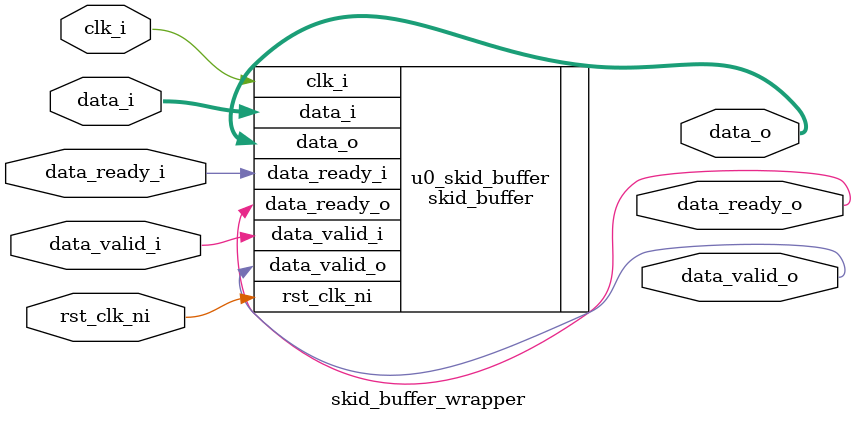
<source format=v>
module skid_buffer_wrapper #(
    parameter DATA_SIZE = 8
) (
    // Input ports
    (* X_INTERFACE_PARAMETER = "XIL_INTERFACENAME S_AXIS, HAS_TKEEP 0, HAS_TLAST 0, HAS_TREADY 1, HAS_TSTRB 0, TDEST_WIDTH 0, TID_WIDTH 0, TUSER_WIDTH 0" *)
    (* X_INTERFACE_INFO = "xilinx.com:interface:axis:1.0 S_AXIS TDATA" *)
    input wire [DATA_SIZE-1:0] data_i,
    (* X_INTERFACE_INFO = "xilinx.com:interface:axis:1.0 S_AXIS TVALID" *)
    input wire data_valid_i,
    (* X_INTERFACE_INFO = "xilinx.com:interface:axis:1.0 S_AXIS TREADY" *)
    output wire data_ready_o,
    // Output ports
    (* X_INTERFACE_PARAMETER = "XIL_INTERFACENAME M_AXIS, HAS_TKEEP 0, HAS_TLAST 0, HAS_TREADY 1, HAS_TSTRB 0, TDEST_WIDTH 0, TID_WIDTH 0, TUSER_WIDTH 0" *)
    (* X_INTERFACE_INFO = "xilinx.com:interface:axis:1.0 M_AXIS TDATA" *)
    output wire [DATA_SIZE-1:0] data_o,
    (* X_INTERFACE_INFO = "xilinx.com:interface:axis:1.0 M_AXIS TVALID" *)
    output wire data_valid_o,
    (* X_INTERFACE_INFO = "xilinx.com:interface:axis:1.0 M_AXIS TREADY" *)
    input wire data_ready_i,
    // Misc
    (* X_INTERFACE_INFO = "xilinx.com:signal:clock:1.0 CLK.CLK_I CLK" *) (* X_INTERFACE_PARAMETER = "XIL_INTERFACENAME CLK.CLK_I, ASSOCIATED_BUSIF M_AXIS:S_AXIS, ASSOCIATED_RESET rst_clk_ni" *)
    input wire clk_i,
    (* X_INTERFACE_INFO = "xilinx.com:signal:reset:1.0 RST.RST_CLK_NI RST" *) (* X_INTERFACE_PARAMETER = "XIL_INTERFACENAME RST.RST_CLK_NI, POLARITY ACTIVE_LOW" *)
    input wire rst_clk_ni
);

skid_buffer #(
    .DATA_SIZE(DATA_SIZE)
) u0_skid_buffer (
    // Input ports
    .data_i(data_i),
    .data_valid_i(data_valid_i),
    .data_ready_o(data_ready_o),
    // Output ports
    .data_o(data_o),
    .data_valid_o(data_valid_o),
    .data_ready_i(data_ready_i),
    // Misc
    .clk_i(clk_i),
    .rst_clk_ni(rst_clk_ni)
);

endmodule

</source>
